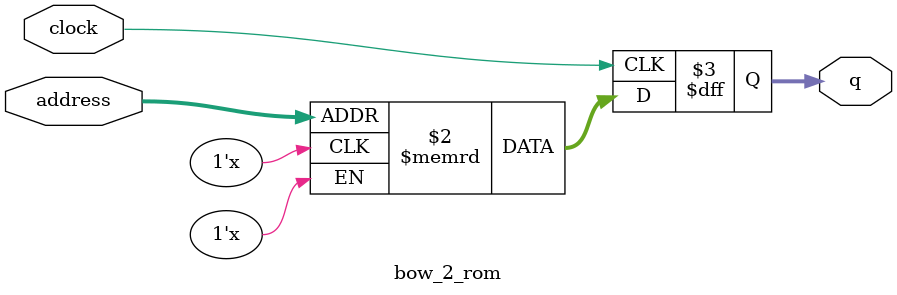
<source format=sv>
module bow_2_rom (
	input logic clock,
	input logic [14:0] address,
	output logic [2:0] q
);

logic [2:0] memory [0:20195] /* synthesis ram_init_file = "./bow_2/bow_2.mif" */;

always_ff @ (posedge clock) begin
	q <= memory[address];
end

endmodule

</source>
